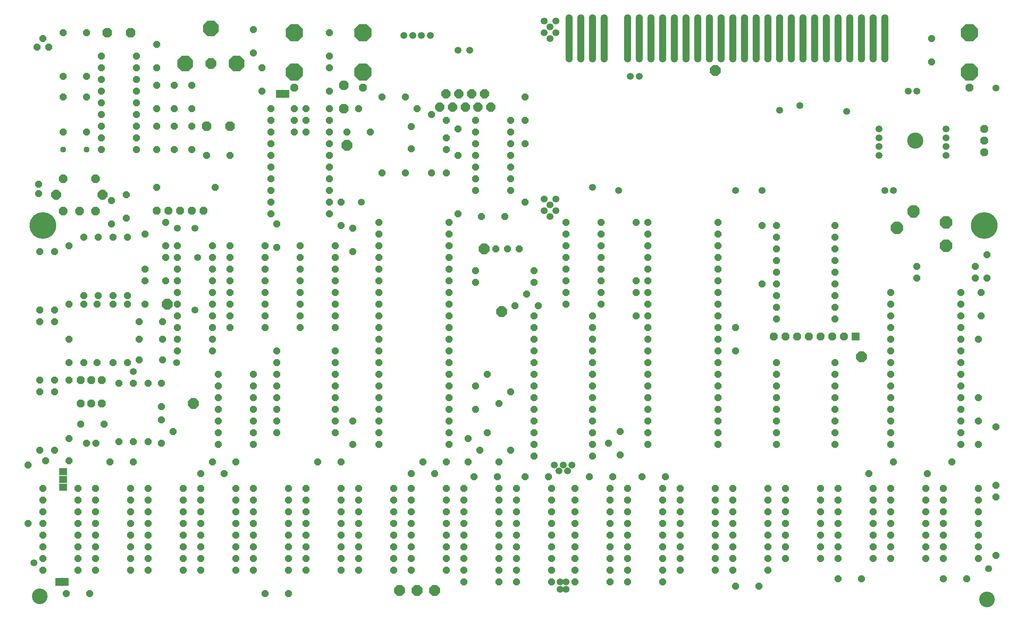
<source format=gbs>
G75*
%MOIN*%
%OFA0B0*%
%FSLAX25Y25*%
%IPPOS*%
%LPD*%
%AMOC8*
5,1,8,0,0,1.08239X$1,22.5*
%
%ADD10C,0.13398*%
%ADD11C,0.22800*%
%ADD12C,0.05918*%
%ADD13OC8,0.10800*%
%ADD14OC8,0.06000*%
%ADD15C,0.02160*%
%ADD16OC8,0.08300*%
%ADD17OC8,0.04769*%
%ADD18OC8,0.06800*%
%ADD19C,0.13800*%
%ADD20OC8,0.07296*%
%ADD21OC8,0.08477*%
%ADD22OC8,0.07850*%
%ADD23OC8,0.06737*%
%ADD24R,0.06737X0.06737*%
%ADD25OC8,0.09300*%
%ADD26C,0.05220*%
%ADD27OC8,0.14643*%
%ADD28R,0.06706X0.05918*%
%ADD29R,0.05400X0.07100*%
%ADD30R,0.00600X0.07200*%
%ADD31OC8,0.09050*%
%ADD32OC8,0.13500*%
%ADD33C,0.05950*%
D10*
X0032600Y0027600D03*
X0842600Y0025100D03*
D11*
X0840100Y0345100D03*
X0035100Y0345100D03*
D12*
X0027600Y0056350D03*
X0850100Y0462600D03*
D13*
X0807600Y0347600D03*
X0807600Y0327600D03*
D14*
X0782600Y0310100D03*
X0782600Y0300100D03*
X0760100Y0287600D03*
X0760100Y0277600D03*
X0760100Y0267600D03*
X0760100Y0257600D03*
X0760100Y0247600D03*
X0760100Y0237600D03*
X0760100Y0227600D03*
X0760100Y0217600D03*
X0760100Y0207600D03*
X0760100Y0197600D03*
X0760100Y0187600D03*
X0760100Y0177600D03*
X0760100Y0167600D03*
X0760100Y0157600D03*
X0762600Y0142600D03*
X0741350Y0132600D03*
X0745100Y0120100D03*
X0745100Y0110100D03*
X0745100Y0100100D03*
X0745100Y0090100D03*
X0745100Y0080100D03*
X0745100Y0070100D03*
X0745100Y0060100D03*
X0760100Y0060100D03*
X0760100Y0070100D03*
X0760100Y0080100D03*
X0760100Y0090100D03*
X0760100Y0100100D03*
X0760100Y0110100D03*
X0760100Y0120100D03*
X0790100Y0120100D03*
X0790100Y0110100D03*
X0790100Y0100100D03*
X0790100Y0090100D03*
X0790100Y0080100D03*
X0790100Y0070100D03*
X0790100Y0060100D03*
X0805100Y0060100D03*
X0805100Y0070100D03*
X0805100Y0080100D03*
X0805100Y0090100D03*
X0805100Y0100100D03*
X0805100Y0110100D03*
X0805100Y0120100D03*
X0791350Y0132600D03*
X0812600Y0142600D03*
X0820100Y0157600D03*
X0820100Y0167600D03*
X0820100Y0177600D03*
X0820100Y0187600D03*
X0820100Y0197600D03*
X0820100Y0207600D03*
X0820100Y0217600D03*
X0820100Y0227600D03*
X0820100Y0237600D03*
X0820100Y0247600D03*
X0820100Y0257600D03*
X0820100Y0267600D03*
X0820100Y0277600D03*
X0820100Y0287600D03*
X0837600Y0287600D03*
X0832600Y0300100D03*
X0842600Y0300100D03*
X0832600Y0310100D03*
X0842600Y0320100D03*
X0837600Y0267600D03*
X0835100Y0247600D03*
X0835100Y0197600D03*
X0835100Y0177600D03*
X0850100Y0172600D03*
X0835100Y0157600D03*
X0835100Y0120100D03*
X0835100Y0110100D03*
X0835100Y0100100D03*
X0835100Y0090100D03*
X0835100Y0080100D03*
X0835100Y0070100D03*
X0835100Y0060100D03*
X0850100Y0062600D03*
X0825100Y0042600D03*
X0805100Y0042600D03*
X0735100Y0042600D03*
X0715100Y0042600D03*
X0715100Y0060100D03*
X0715100Y0070100D03*
X0700100Y0070100D03*
X0700100Y0060100D03*
X0700100Y0080100D03*
X0715100Y0080100D03*
X0715100Y0090100D03*
X0700100Y0090100D03*
X0700100Y0100100D03*
X0715100Y0100100D03*
X0715100Y0110100D03*
X0700100Y0110100D03*
X0700100Y0120100D03*
X0715100Y0120100D03*
X0670100Y0120100D03*
X0655100Y0120100D03*
X0655100Y0110100D03*
X0670100Y0110100D03*
X0670100Y0100100D03*
X0655100Y0100100D03*
X0655100Y0090100D03*
X0670100Y0090100D03*
X0670100Y0080100D03*
X0655100Y0080100D03*
X0655100Y0070100D03*
X0655100Y0060100D03*
X0670100Y0060100D03*
X0670100Y0070100D03*
X0655100Y0050100D03*
X0647600Y0036350D03*
X0627600Y0036350D03*
X0625100Y0050100D03*
X0625100Y0060100D03*
X0625100Y0070100D03*
X0625100Y0080100D03*
X0625100Y0090100D03*
X0625100Y0100100D03*
X0625100Y0110100D03*
X0625100Y0120100D03*
X0610100Y0120100D03*
X0610100Y0110100D03*
X0610100Y0100100D03*
X0610100Y0090100D03*
X0610100Y0080100D03*
X0610100Y0070100D03*
X0610100Y0060100D03*
X0610100Y0050100D03*
X0580100Y0050100D03*
X0580100Y0060100D03*
X0580100Y0070100D03*
X0580100Y0080100D03*
X0580100Y0090100D03*
X0580100Y0100100D03*
X0580100Y0110100D03*
X0580100Y0120100D03*
X0567600Y0130100D03*
X0565100Y0120100D03*
X0565100Y0110100D03*
X0565100Y0100100D03*
X0565100Y0090100D03*
X0565100Y0080100D03*
X0565100Y0070100D03*
X0565100Y0060100D03*
X0565100Y0050100D03*
X0565100Y0040100D03*
X0535100Y0040100D03*
X0535100Y0050100D03*
X0535100Y0060100D03*
X0535100Y0070100D03*
X0535100Y0080100D03*
X0535100Y0090100D03*
X0535100Y0100100D03*
X0535100Y0110100D03*
X0535100Y0120100D03*
X0547600Y0130100D03*
X0522600Y0130100D03*
X0520100Y0120100D03*
X0520100Y0110100D03*
X0520100Y0100100D03*
X0520100Y0090100D03*
X0520100Y0080100D03*
X0520100Y0070100D03*
X0520100Y0060100D03*
X0520100Y0050100D03*
X0520100Y0040100D03*
X0490100Y0040100D03*
X0490100Y0050100D03*
X0490100Y0060100D03*
X0490100Y0070100D03*
X0490100Y0080100D03*
X0490100Y0090100D03*
X0490100Y0100100D03*
X0490100Y0110100D03*
X0490100Y0120100D03*
X0502600Y0130100D03*
X0505100Y0147600D03*
X0505100Y0157600D03*
X0505100Y0167600D03*
X0505100Y0177600D03*
X0505100Y0187600D03*
X0505100Y0197600D03*
X0505100Y0207600D03*
X0505100Y0217600D03*
X0505100Y0227600D03*
X0505100Y0237600D03*
X0505100Y0247600D03*
X0505100Y0257600D03*
X0505100Y0267600D03*
X0512600Y0277600D03*
X0512600Y0287600D03*
X0512600Y0297600D03*
X0512600Y0307600D03*
X0512600Y0317600D03*
X0512600Y0327600D03*
X0512600Y0337600D03*
X0512600Y0347600D03*
X0482600Y0347600D03*
X0482600Y0337600D03*
X0482600Y0327600D03*
X0482600Y0317600D03*
X0482600Y0307600D03*
X0482600Y0297600D03*
X0482600Y0287600D03*
X0482600Y0277600D03*
X0458850Y0276350D03*
X0455100Y0267600D03*
X0455100Y0257600D03*
X0455100Y0247600D03*
X0455100Y0237600D03*
X0455100Y0227600D03*
X0455100Y0217600D03*
X0455100Y0207600D03*
X0455100Y0197600D03*
X0455100Y0187600D03*
X0455100Y0177600D03*
X0455100Y0167600D03*
X0455100Y0157600D03*
X0455100Y0147600D03*
X0435100Y0152600D03*
X0425100Y0142600D03*
X0408850Y0152600D03*
X0398850Y0162600D03*
X0382600Y0157600D03*
X0382600Y0167600D03*
X0382600Y0177600D03*
X0382600Y0187600D03*
X0382600Y0197600D03*
X0382600Y0207600D03*
X0382600Y0217600D03*
X0382600Y0227600D03*
X0382600Y0237600D03*
X0382600Y0247600D03*
X0382600Y0257600D03*
X0382600Y0267600D03*
X0382600Y0277600D03*
X0382600Y0287600D03*
X0382600Y0297600D03*
X0382600Y0307600D03*
X0382600Y0317600D03*
X0382600Y0327600D03*
X0382600Y0337600D03*
X0382600Y0347600D03*
X0390100Y0355100D03*
X0410100Y0352600D03*
X0430100Y0352600D03*
X0447600Y0365100D03*
X0435100Y0375100D03*
X0435100Y0385100D03*
X0435100Y0395100D03*
X0435100Y0405100D03*
X0435100Y0415100D03*
X0435100Y0425100D03*
X0435100Y0435100D03*
X0447600Y0435100D03*
X0447600Y0455100D03*
X0405100Y0435100D03*
X0405100Y0425100D03*
X0405100Y0415100D03*
X0405100Y0405100D03*
X0405100Y0395100D03*
X0405100Y0385100D03*
X0405100Y0375100D03*
X0380100Y0390100D03*
X0367600Y0390100D03*
X0345100Y0390100D03*
X0325100Y0390100D03*
X0350100Y0410600D03*
X0380100Y0410100D03*
X0390100Y0405100D03*
X0380100Y0420100D03*
X0390100Y0427600D03*
X0380100Y0435100D03*
X0367600Y0440100D03*
X0355100Y0445100D03*
X0345100Y0455100D03*
X0325100Y0455100D03*
X0305100Y0445100D03*
X0280100Y0445100D03*
X0280100Y0435100D03*
X0280100Y0425100D03*
X0295100Y0425100D03*
X0280100Y0415100D03*
X0280100Y0405100D03*
X0280100Y0395100D03*
X0280100Y0385100D03*
X0280100Y0375100D03*
X0280100Y0365100D03*
X0290100Y0365100D03*
X0280100Y0355100D03*
X0290100Y0345100D03*
X0300100Y0342600D03*
X0322600Y0337600D03*
X0322600Y0327600D03*
X0322600Y0317600D03*
X0322600Y0307600D03*
X0322600Y0297600D03*
X0322600Y0287600D03*
X0322600Y0277600D03*
X0322600Y0267600D03*
X0322600Y0257600D03*
X0322600Y0247600D03*
X0322600Y0237600D03*
X0322600Y0227600D03*
X0322600Y0217600D03*
X0322600Y0207600D03*
X0322600Y0197600D03*
X0322600Y0187600D03*
X0322600Y0177600D03*
X0322600Y0167600D03*
X0322600Y0157600D03*
X0300100Y0157600D03*
X0285100Y0167600D03*
X0285100Y0177600D03*
X0285100Y0187600D03*
X0285100Y0197600D03*
X0285100Y0207600D03*
X0285100Y0217600D03*
X0285100Y0227600D03*
X0285100Y0237600D03*
X0285100Y0257600D03*
X0285100Y0267600D03*
X0285100Y0277600D03*
X0285100Y0287600D03*
X0285100Y0297600D03*
X0285100Y0307600D03*
X0285100Y0317600D03*
X0285100Y0327600D03*
X0300100Y0322600D03*
X0322600Y0347600D03*
X0255100Y0327600D03*
X0255100Y0317600D03*
X0255100Y0307600D03*
X0255100Y0297600D03*
X0255100Y0287600D03*
X0255100Y0277600D03*
X0255100Y0267600D03*
X0255100Y0257600D03*
X0235100Y0237600D03*
X0235100Y0227600D03*
X0235100Y0217600D03*
X0235100Y0207600D03*
X0235100Y0197600D03*
X0235100Y0187600D03*
X0235100Y0177600D03*
X0235100Y0167600D03*
X0215100Y0167600D03*
X0215100Y0157600D03*
X0215100Y0177600D03*
X0215100Y0187600D03*
X0215100Y0197600D03*
X0215100Y0207600D03*
X0215100Y0217600D03*
X0185100Y0217600D03*
X0185100Y0207600D03*
X0185100Y0197600D03*
X0185100Y0187600D03*
X0185100Y0177600D03*
X0185100Y0167600D03*
X0185100Y0157600D03*
X0180100Y0142600D03*
X0170100Y0132600D03*
X0170100Y0120100D03*
X0170100Y0110100D03*
X0170100Y0100100D03*
X0170100Y0090100D03*
X0170100Y0080100D03*
X0170100Y0070100D03*
X0170100Y0060100D03*
X0170100Y0050100D03*
X0155100Y0050100D03*
X0155100Y0060100D03*
X0155100Y0070100D03*
X0155100Y0080100D03*
X0155100Y0090100D03*
X0155100Y0100100D03*
X0155100Y0110100D03*
X0155100Y0120100D03*
X0125100Y0120100D03*
X0125100Y0110100D03*
X0125100Y0100100D03*
X0125100Y0090100D03*
X0125100Y0080100D03*
X0125100Y0070100D03*
X0125100Y0060100D03*
X0125100Y0050100D03*
X0110100Y0050100D03*
X0110100Y0060100D03*
X0110100Y0070100D03*
X0110100Y0080100D03*
X0110100Y0090100D03*
X0110100Y0100100D03*
X0110100Y0110100D03*
X0110100Y0120100D03*
X0080100Y0120100D03*
X0080100Y0110100D03*
X0080100Y0100100D03*
X0080100Y0090100D03*
X0080100Y0080100D03*
X0080100Y0070100D03*
X0080100Y0060100D03*
X0080100Y0050100D03*
X0065100Y0050100D03*
X0065100Y0060100D03*
X0065100Y0070100D03*
X0065100Y0080100D03*
X0065100Y0090100D03*
X0065100Y0100100D03*
X0065100Y0110100D03*
X0065100Y0120100D03*
X0035100Y0120100D03*
X0035100Y0110100D03*
X0035100Y0100100D03*
X0035100Y0090100D03*
X0035100Y0080100D03*
X0035100Y0070100D03*
X0035100Y0060100D03*
X0035100Y0050100D03*
X0055100Y0030100D03*
X0075100Y0030100D03*
X0022600Y0090100D03*
X0022600Y0140100D03*
X0037600Y0143850D03*
X0032600Y0152600D03*
X0045100Y0152600D03*
X0057600Y0162600D03*
X0072350Y0158850D03*
X0080350Y0158850D03*
X0100100Y0160100D03*
X0112600Y0160100D03*
X0125100Y0160100D03*
X0136350Y0158850D03*
X0146350Y0168850D03*
X0136350Y0178850D03*
X0136350Y0190100D03*
X0136350Y0210100D03*
X0125100Y0210100D03*
X0112600Y0210100D03*
X0100100Y0210100D03*
X0095100Y0227600D03*
X0081350Y0227600D03*
X0070100Y0227600D03*
X0057600Y0227600D03*
X0057600Y0212600D03*
X0045100Y0212600D03*
X0045100Y0202600D03*
X0032600Y0202600D03*
X0032600Y0212600D03*
X0057600Y0247600D03*
X0045100Y0262600D03*
X0045100Y0272600D03*
X0057600Y0277600D03*
X0070100Y0277600D03*
X0070100Y0285100D03*
X0082600Y0285100D03*
X0081350Y0277600D03*
X0095100Y0277600D03*
X0095100Y0285100D03*
X0107600Y0285100D03*
X0107600Y0277600D03*
X0122600Y0277600D03*
X0117600Y0262600D03*
X0137600Y0262600D03*
X0150100Y0257600D03*
X0150100Y0247600D03*
X0150100Y0237600D03*
X0137600Y0230100D03*
X0117600Y0230100D03*
X0107600Y0227600D03*
X0117600Y0247600D03*
X0137600Y0247600D03*
X0150100Y0267600D03*
X0150100Y0277600D03*
X0150100Y0287600D03*
X0150100Y0297600D03*
X0140100Y0297600D03*
X0150100Y0307600D03*
X0150100Y0317600D03*
X0140100Y0317600D03*
X0140100Y0327600D03*
X0150100Y0327600D03*
X0122600Y0337600D03*
X0107600Y0335100D03*
X0095100Y0335100D03*
X0082600Y0335100D03*
X0070100Y0335100D03*
X0057600Y0327600D03*
X0045100Y0322600D03*
X0032600Y0322600D03*
X0093850Y0346350D03*
X0106350Y0351350D03*
X0093850Y0366350D03*
X0106350Y0371350D03*
X0132600Y0377600D03*
X0140100Y0347600D03*
X0180100Y0327600D03*
X0180100Y0317600D03*
X0180100Y0307600D03*
X0180100Y0297600D03*
X0180100Y0287600D03*
X0180100Y0277600D03*
X0180100Y0267600D03*
X0180100Y0257600D03*
X0180100Y0247600D03*
X0180100Y0237600D03*
X0195100Y0257600D03*
X0195100Y0267600D03*
X0195100Y0277600D03*
X0195100Y0287600D03*
X0195100Y0297600D03*
X0195100Y0307600D03*
X0195100Y0317600D03*
X0195100Y0327600D03*
X0225100Y0327600D03*
X0235100Y0326350D03*
X0225100Y0317600D03*
X0225100Y0307600D03*
X0225100Y0297600D03*
X0225100Y0287600D03*
X0225100Y0277600D03*
X0225100Y0267600D03*
X0225100Y0257600D03*
X0122600Y0297600D03*
X0122600Y0307600D03*
X0032600Y0272600D03*
X0032600Y0262600D03*
X0067600Y0175100D03*
X0087600Y0175100D03*
X0092600Y0142600D03*
X0112600Y0142600D03*
X0057600Y0143850D03*
X0190100Y0132600D03*
X0200100Y0142600D03*
X0200100Y0120100D03*
X0200100Y0110100D03*
X0200100Y0100100D03*
X0200100Y0090100D03*
X0200100Y0080100D03*
X0200100Y0070100D03*
X0200100Y0060100D03*
X0200100Y0050100D03*
X0215100Y0050100D03*
X0215100Y0060100D03*
X0215100Y0070100D03*
X0215100Y0080100D03*
X0215100Y0090100D03*
X0215100Y0100100D03*
X0215100Y0110100D03*
X0215100Y0120100D03*
X0245100Y0120100D03*
X0260100Y0120100D03*
X0260100Y0110100D03*
X0245100Y0110100D03*
X0245100Y0100100D03*
X0260100Y0100100D03*
X0260100Y0090100D03*
X0245100Y0090100D03*
X0245100Y0080100D03*
X0260100Y0080100D03*
X0260100Y0070100D03*
X0260100Y0060100D03*
X0245100Y0060100D03*
X0245100Y0070100D03*
X0245100Y0050100D03*
X0260100Y0050100D03*
X0245100Y0030100D03*
X0225100Y0030100D03*
X0290100Y0050100D03*
X0305100Y0050100D03*
X0305100Y0060100D03*
X0305100Y0070100D03*
X0290100Y0070100D03*
X0290100Y0060100D03*
X0290100Y0080100D03*
X0305100Y0080100D03*
X0305100Y0090100D03*
X0290100Y0090100D03*
X0290100Y0100100D03*
X0305100Y0100100D03*
X0305100Y0110100D03*
X0290100Y0110100D03*
X0290100Y0120100D03*
X0305100Y0120100D03*
X0290100Y0142600D03*
X0270100Y0142600D03*
X0300100Y0177600D03*
X0360100Y0142600D03*
X0350100Y0132600D03*
X0350100Y0120100D03*
X0350100Y0110100D03*
X0350100Y0100100D03*
X0350100Y0090100D03*
X0350100Y0080100D03*
X0350100Y0070100D03*
X0350100Y0060100D03*
X0350100Y0050100D03*
X0335100Y0050100D03*
X0335100Y0060100D03*
X0335100Y0070100D03*
X0335100Y0080100D03*
X0335100Y0090100D03*
X0335100Y0100100D03*
X0335100Y0110100D03*
X0335100Y0120100D03*
X0370100Y0132600D03*
X0380100Y0142600D03*
X0398850Y0142600D03*
X0403850Y0130100D03*
X0395100Y0120100D03*
X0395100Y0110100D03*
X0395100Y0100100D03*
X0395100Y0090100D03*
X0395100Y0080100D03*
X0395100Y0070100D03*
X0395100Y0060100D03*
X0395100Y0050100D03*
X0395100Y0040100D03*
X0380100Y0050100D03*
X0380100Y0060100D03*
X0380100Y0070100D03*
X0380100Y0080100D03*
X0380100Y0090100D03*
X0380100Y0100100D03*
X0380100Y0110100D03*
X0380100Y0120100D03*
X0423850Y0130100D03*
X0425100Y0120100D03*
X0425100Y0110100D03*
X0425100Y0100100D03*
X0425100Y0090100D03*
X0425100Y0080100D03*
X0425100Y0070100D03*
X0425100Y0060100D03*
X0425100Y0050100D03*
X0425100Y0040100D03*
X0440100Y0040100D03*
X0440100Y0050100D03*
X0440100Y0060100D03*
X0440100Y0070100D03*
X0440100Y0080100D03*
X0440100Y0090100D03*
X0440100Y0100100D03*
X0440100Y0110100D03*
X0440100Y0120100D03*
X0447600Y0130100D03*
X0467600Y0130100D03*
X0470100Y0120100D03*
X0470100Y0110100D03*
X0470100Y0100100D03*
X0470100Y0090100D03*
X0470100Y0080100D03*
X0470100Y0070100D03*
X0470100Y0060100D03*
X0470100Y0050100D03*
X0470100Y0040100D03*
X0528850Y0148850D03*
X0518850Y0158850D03*
X0528850Y0168850D03*
X0552600Y0167600D03*
X0552600Y0157600D03*
X0552600Y0177600D03*
X0552600Y0187600D03*
X0552600Y0197600D03*
X0552600Y0207600D03*
X0552600Y0217600D03*
X0552600Y0227600D03*
X0552600Y0237600D03*
X0552600Y0247600D03*
X0552600Y0257600D03*
X0552600Y0267600D03*
X0542600Y0267600D03*
X0552600Y0277600D03*
X0552600Y0287600D03*
X0552600Y0297600D03*
X0542600Y0297600D03*
X0542600Y0287600D03*
X0552600Y0307600D03*
X0552600Y0317600D03*
X0552600Y0327600D03*
X0552600Y0337600D03*
X0552600Y0347600D03*
X0542600Y0347600D03*
X0612600Y0347600D03*
X0612600Y0337600D03*
X0612600Y0327600D03*
X0612600Y0317600D03*
X0612600Y0307600D03*
X0612600Y0297600D03*
X0612600Y0287600D03*
X0612600Y0277600D03*
X0612600Y0267600D03*
X0612600Y0257600D03*
X0627600Y0257600D03*
X0612600Y0247600D03*
X0612600Y0237600D03*
X0627600Y0237600D03*
X0612600Y0227600D03*
X0612600Y0217600D03*
X0612600Y0207600D03*
X0612600Y0197600D03*
X0612600Y0187600D03*
X0612600Y0177600D03*
X0612600Y0167600D03*
X0612600Y0157600D03*
X0662600Y0157600D03*
X0662600Y0167600D03*
X0662600Y0177600D03*
X0662600Y0187600D03*
X0662600Y0197600D03*
X0662600Y0207600D03*
X0662600Y0217600D03*
X0662600Y0227600D03*
X0712600Y0227600D03*
X0712600Y0217600D03*
X0712600Y0207600D03*
X0712600Y0197600D03*
X0712600Y0187600D03*
X0712600Y0177600D03*
X0712600Y0167600D03*
X0712600Y0157600D03*
X0850100Y0122600D03*
X0850100Y0112600D03*
X0712600Y0265100D03*
X0712600Y0275100D03*
X0712600Y0285100D03*
X0712600Y0295100D03*
X0712600Y0305100D03*
X0712600Y0315100D03*
X0712600Y0325100D03*
X0712600Y0335100D03*
X0712600Y0345100D03*
X0662600Y0345100D03*
X0650100Y0345100D03*
X0662600Y0335100D03*
X0662600Y0325100D03*
X0662600Y0315100D03*
X0662600Y0305100D03*
X0662600Y0295100D03*
X0650100Y0295100D03*
X0662600Y0285100D03*
X0662600Y0275100D03*
X0662600Y0265100D03*
X0455100Y0296350D03*
X0455100Y0306350D03*
X0442600Y0325100D03*
X0432600Y0325100D03*
X0422600Y0325100D03*
X0405100Y0306350D03*
X0405100Y0296350D03*
X0438850Y0276350D03*
X0448850Y0286350D03*
X0415100Y0217600D03*
X0405100Y0207600D03*
X0425100Y0192600D03*
X0435100Y0202600D03*
X0405100Y0187600D03*
X0415100Y0167600D03*
X0235100Y0346350D03*
X0230100Y0355100D03*
X0230100Y0365100D03*
X0230100Y0375100D03*
X0230100Y0385100D03*
X0230100Y0395100D03*
X0230100Y0405100D03*
X0230100Y0415100D03*
X0230100Y0425100D03*
X0230100Y0435100D03*
X0230100Y0445100D03*
X0222600Y0460100D03*
X0250100Y0445100D03*
X0260100Y0445100D03*
X0260100Y0435100D03*
X0250100Y0435100D03*
X0250100Y0425100D03*
X0260100Y0425100D03*
X0280100Y0460100D03*
X0280100Y0480100D03*
X0280100Y0490100D03*
X0280100Y0510100D03*
X0222600Y0480100D03*
X0215100Y0492600D03*
X0215100Y0512600D03*
X0162600Y0465100D03*
X0147600Y0465100D03*
X0132600Y0465100D03*
X0115100Y0460100D03*
X0115100Y0450100D03*
X0115100Y0440100D03*
X0115100Y0430100D03*
X0115100Y0420100D03*
X0115100Y0410100D03*
X0132600Y0410100D03*
X0147600Y0410100D03*
X0162600Y0410100D03*
X0175100Y0405100D03*
X0195100Y0405100D03*
X0182600Y0377600D03*
X0162600Y0430100D03*
X0147600Y0430100D03*
X0132600Y0430100D03*
X0132600Y0445100D03*
X0147600Y0445100D03*
X0162600Y0445100D03*
X0115100Y0470100D03*
X0115100Y0480100D03*
X0115100Y0490100D03*
X0132600Y0480100D03*
X0132600Y0500100D03*
X0085100Y0490100D03*
X0085100Y0480100D03*
X0072600Y0472600D03*
X0085100Y0470100D03*
X0085100Y0460100D03*
X0085100Y0450100D03*
X0072600Y0455100D03*
X0085100Y0440100D03*
X0085100Y0430100D03*
X0072600Y0425100D03*
X0085100Y0420100D03*
X0085100Y0410100D03*
X0052600Y0425100D03*
X0052600Y0455100D03*
X0052600Y0472600D03*
X0040100Y0497600D03*
X0030100Y0497600D03*
X0035100Y0505100D03*
X0052600Y0510100D03*
X0072600Y0510100D03*
X0031350Y0380350D03*
X0031350Y0372350D03*
X0315100Y0425100D03*
X0350100Y0429600D03*
X0447600Y0415100D03*
X0795100Y0485100D03*
X0795100Y0505100D03*
D15*
X0776432Y0356462D02*
X0775352Y0355382D01*
X0775352Y0358960D01*
X0777882Y0361490D01*
X0781460Y0361490D01*
X0783990Y0358960D01*
X0783990Y0355382D01*
X0781460Y0352852D01*
X0777882Y0352852D01*
X0775352Y0355382D01*
X0776972Y0356053D01*
X0776972Y0358289D01*
X0778553Y0359870D01*
X0780789Y0359870D01*
X0782370Y0358289D01*
X0782370Y0356053D01*
X0780789Y0354472D01*
X0778553Y0354472D01*
X0776972Y0356053D01*
X0778592Y0356724D01*
X0778592Y0357618D01*
X0779224Y0358250D01*
X0780118Y0358250D01*
X0780750Y0357618D01*
X0780750Y0356724D01*
X0780118Y0356092D01*
X0779224Y0356092D01*
X0778592Y0356724D01*
X0762290Y0342320D02*
X0761210Y0341240D01*
X0761210Y0344818D01*
X0763740Y0347348D01*
X0767318Y0347348D01*
X0769848Y0344818D01*
X0769848Y0341240D01*
X0767318Y0338710D01*
X0763740Y0338710D01*
X0761210Y0341240D01*
X0762830Y0341911D01*
X0762830Y0344147D01*
X0764411Y0345728D01*
X0766647Y0345728D01*
X0768228Y0344147D01*
X0768228Y0341911D01*
X0766647Y0340330D01*
X0764411Y0340330D01*
X0762830Y0341911D01*
X0764450Y0342582D01*
X0764450Y0343476D01*
X0765082Y0344108D01*
X0765976Y0344108D01*
X0766608Y0343476D01*
X0766608Y0342582D01*
X0765976Y0341950D01*
X0765082Y0341950D01*
X0764450Y0342582D01*
D16*
X0292600Y0445100D03*
X0292600Y0465100D03*
X0195100Y0430100D03*
X0175100Y0430100D03*
X0110100Y0510100D03*
X0090100Y0510100D03*
D17*
X0072600Y0410100D03*
X0052600Y0410100D03*
D18*
X0067350Y0212600D03*
X0076350Y0212600D03*
X0085350Y0212600D03*
X0085350Y0192600D03*
X0076350Y0192600D03*
X0067350Y0192600D03*
X0840100Y0407600D03*
X0840100Y0417600D03*
X0840100Y0427600D03*
D19*
X0781100Y0417600D03*
D20*
X0080208Y0385208D03*
X0052492Y0385208D03*
X0052492Y0357492D03*
X0066350Y0357492D03*
X0080208Y0357492D03*
D21*
X0086114Y0371350D03*
X0046586Y0371350D03*
D22*
X0374550Y0446359D03*
X0385450Y0446359D03*
X0396350Y0446359D03*
X0407250Y0446359D03*
X0418150Y0446359D03*
X0412700Y0457555D03*
X0401800Y0457555D03*
X0390900Y0457555D03*
X0380000Y0457555D03*
D23*
X0308850Y0462915D03*
X0250100Y0462915D03*
X0172600Y0357600D03*
X0162600Y0357600D03*
X0152600Y0357600D03*
X0142600Y0357600D03*
X0132600Y0357600D03*
X0660100Y0250100D03*
X0670100Y0250100D03*
X0680100Y0250100D03*
X0690100Y0250100D03*
X0700100Y0250100D03*
X0710100Y0250100D03*
X0720100Y0250100D03*
X0827600Y0462915D03*
D24*
X0730100Y0250100D03*
D25*
X0735100Y0232600D03*
X0427600Y0271350D03*
X0412600Y0325100D03*
X0295100Y0413850D03*
X0141350Y0277600D03*
X0163850Y0192600D03*
X0340100Y0032600D03*
X0355100Y0032600D03*
X0370100Y0032600D03*
X0610100Y0477600D03*
D26*
X0605390Y0487310D02*
X0605390Y0522890D01*
X0605390Y0487310D02*
X0604810Y0487310D01*
X0604810Y0522890D01*
X0605390Y0522890D01*
X0605390Y0492529D02*
X0604810Y0492529D01*
X0604810Y0497748D02*
X0605390Y0497748D01*
X0605390Y0502967D02*
X0604810Y0502967D01*
X0604810Y0508186D02*
X0605390Y0508186D01*
X0605390Y0513405D02*
X0604810Y0513405D01*
X0604810Y0518624D02*
X0605390Y0518624D01*
X0615390Y0522890D02*
X0615390Y0487310D01*
X0614810Y0487310D01*
X0614810Y0522890D01*
X0615390Y0522890D01*
X0615390Y0492529D02*
X0614810Y0492529D01*
X0614810Y0497748D02*
X0615390Y0497748D01*
X0615390Y0502967D02*
X0614810Y0502967D01*
X0614810Y0508186D02*
X0615390Y0508186D01*
X0615390Y0513405D02*
X0614810Y0513405D01*
X0614810Y0518624D02*
X0615390Y0518624D01*
X0625390Y0522890D02*
X0625390Y0487310D01*
X0624810Y0487310D01*
X0624810Y0522890D01*
X0625390Y0522890D01*
X0625390Y0492529D02*
X0624810Y0492529D01*
X0624810Y0497748D02*
X0625390Y0497748D01*
X0625390Y0502967D02*
X0624810Y0502967D01*
X0624810Y0508186D02*
X0625390Y0508186D01*
X0625390Y0513405D02*
X0624810Y0513405D01*
X0624810Y0518624D02*
X0625390Y0518624D01*
X0635390Y0522890D02*
X0635390Y0487310D01*
X0634810Y0487310D01*
X0634810Y0522890D01*
X0635390Y0522890D01*
X0635390Y0492529D02*
X0634810Y0492529D01*
X0634810Y0497748D02*
X0635390Y0497748D01*
X0635390Y0502967D02*
X0634810Y0502967D01*
X0634810Y0508186D02*
X0635390Y0508186D01*
X0635390Y0513405D02*
X0634810Y0513405D01*
X0634810Y0518624D02*
X0635390Y0518624D01*
X0645390Y0522890D02*
X0645390Y0487310D01*
X0644810Y0487310D01*
X0644810Y0522890D01*
X0645390Y0522890D01*
X0645390Y0492529D02*
X0644810Y0492529D01*
X0644810Y0497748D02*
X0645390Y0497748D01*
X0645390Y0502967D02*
X0644810Y0502967D01*
X0644810Y0508186D02*
X0645390Y0508186D01*
X0645390Y0513405D02*
X0644810Y0513405D01*
X0644810Y0518624D02*
X0645390Y0518624D01*
X0655390Y0522890D02*
X0655390Y0487310D01*
X0654810Y0487310D01*
X0654810Y0522890D01*
X0655390Y0522890D01*
X0655390Y0492529D02*
X0654810Y0492529D01*
X0654810Y0497748D02*
X0655390Y0497748D01*
X0655390Y0502967D02*
X0654810Y0502967D01*
X0654810Y0508186D02*
X0655390Y0508186D01*
X0655390Y0513405D02*
X0654810Y0513405D01*
X0654810Y0518624D02*
X0655390Y0518624D01*
X0665390Y0522890D02*
X0665390Y0487310D01*
X0664810Y0487310D01*
X0664810Y0522890D01*
X0665390Y0522890D01*
X0665390Y0492529D02*
X0664810Y0492529D01*
X0664810Y0497748D02*
X0665390Y0497748D01*
X0665390Y0502967D02*
X0664810Y0502967D01*
X0664810Y0508186D02*
X0665390Y0508186D01*
X0665390Y0513405D02*
X0664810Y0513405D01*
X0664810Y0518624D02*
X0665390Y0518624D01*
X0675390Y0522890D02*
X0675390Y0487310D01*
X0674810Y0487310D01*
X0674810Y0522890D01*
X0675390Y0522890D01*
X0675390Y0492529D02*
X0674810Y0492529D01*
X0674810Y0497748D02*
X0675390Y0497748D01*
X0675390Y0502967D02*
X0674810Y0502967D01*
X0674810Y0508186D02*
X0675390Y0508186D01*
X0675390Y0513405D02*
X0674810Y0513405D01*
X0674810Y0518624D02*
X0675390Y0518624D01*
X0685390Y0522890D02*
X0685390Y0487310D01*
X0684810Y0487310D01*
X0684810Y0522890D01*
X0685390Y0522890D01*
X0685390Y0492529D02*
X0684810Y0492529D01*
X0684810Y0497748D02*
X0685390Y0497748D01*
X0685390Y0502967D02*
X0684810Y0502967D01*
X0684810Y0508186D02*
X0685390Y0508186D01*
X0685390Y0513405D02*
X0684810Y0513405D01*
X0684810Y0518624D02*
X0685390Y0518624D01*
X0695390Y0522890D02*
X0695390Y0487310D01*
X0694810Y0487310D01*
X0694810Y0522890D01*
X0695390Y0522890D01*
X0695390Y0492529D02*
X0694810Y0492529D01*
X0694810Y0497748D02*
X0695390Y0497748D01*
X0695390Y0502967D02*
X0694810Y0502967D01*
X0694810Y0508186D02*
X0695390Y0508186D01*
X0695390Y0513405D02*
X0694810Y0513405D01*
X0694810Y0518624D02*
X0695390Y0518624D01*
X0705390Y0522890D02*
X0705390Y0487310D01*
X0704810Y0487310D01*
X0704810Y0522890D01*
X0705390Y0522890D01*
X0705390Y0492529D02*
X0704810Y0492529D01*
X0704810Y0497748D02*
X0705390Y0497748D01*
X0705390Y0502967D02*
X0704810Y0502967D01*
X0704810Y0508186D02*
X0705390Y0508186D01*
X0705390Y0513405D02*
X0704810Y0513405D01*
X0704810Y0518624D02*
X0705390Y0518624D01*
X0715390Y0522890D02*
X0715390Y0487310D01*
X0714810Y0487310D01*
X0714810Y0522890D01*
X0715390Y0522890D01*
X0715390Y0492529D02*
X0714810Y0492529D01*
X0714810Y0497748D02*
X0715390Y0497748D01*
X0715390Y0502967D02*
X0714810Y0502967D01*
X0714810Y0508186D02*
X0715390Y0508186D01*
X0715390Y0513405D02*
X0714810Y0513405D01*
X0714810Y0518624D02*
X0715390Y0518624D01*
X0725390Y0522890D02*
X0725390Y0487310D01*
X0724810Y0487310D01*
X0724810Y0522890D01*
X0725390Y0522890D01*
X0725390Y0492529D02*
X0724810Y0492529D01*
X0724810Y0497748D02*
X0725390Y0497748D01*
X0725390Y0502967D02*
X0724810Y0502967D01*
X0724810Y0508186D02*
X0725390Y0508186D01*
X0725390Y0513405D02*
X0724810Y0513405D01*
X0724810Y0518624D02*
X0725390Y0518624D01*
X0735390Y0522890D02*
X0735390Y0487310D01*
X0734810Y0487310D01*
X0734810Y0522890D01*
X0735390Y0522890D01*
X0735390Y0492529D02*
X0734810Y0492529D01*
X0734810Y0497748D02*
X0735390Y0497748D01*
X0735390Y0502967D02*
X0734810Y0502967D01*
X0734810Y0508186D02*
X0735390Y0508186D01*
X0735390Y0513405D02*
X0734810Y0513405D01*
X0734810Y0518624D02*
X0735390Y0518624D01*
X0745390Y0522890D02*
X0745390Y0487310D01*
X0744810Y0487310D01*
X0744810Y0522890D01*
X0745390Y0522890D01*
X0745390Y0492529D02*
X0744810Y0492529D01*
X0744810Y0497748D02*
X0745390Y0497748D01*
X0745390Y0502967D02*
X0744810Y0502967D01*
X0744810Y0508186D02*
X0745390Y0508186D01*
X0745390Y0513405D02*
X0744810Y0513405D01*
X0744810Y0518624D02*
X0745390Y0518624D01*
X0755390Y0522890D02*
X0755390Y0487310D01*
X0754810Y0487310D01*
X0754810Y0522890D01*
X0755390Y0522890D01*
X0755390Y0492529D02*
X0754810Y0492529D01*
X0754810Y0497748D02*
X0755390Y0497748D01*
X0755390Y0502967D02*
X0754810Y0502967D01*
X0754810Y0508186D02*
X0755390Y0508186D01*
X0755390Y0513405D02*
X0754810Y0513405D01*
X0754810Y0518624D02*
X0755390Y0518624D01*
X0595390Y0522890D02*
X0595390Y0487310D01*
X0594810Y0487310D01*
X0594810Y0522890D01*
X0595390Y0522890D01*
X0595390Y0492529D02*
X0594810Y0492529D01*
X0594810Y0497748D02*
X0595390Y0497748D01*
X0595390Y0502967D02*
X0594810Y0502967D01*
X0594810Y0508186D02*
X0595390Y0508186D01*
X0595390Y0513405D02*
X0594810Y0513405D01*
X0594810Y0518624D02*
X0595390Y0518624D01*
X0585390Y0522890D02*
X0585390Y0487310D01*
X0584810Y0487310D01*
X0584810Y0522890D01*
X0585390Y0522890D01*
X0585390Y0492529D02*
X0584810Y0492529D01*
X0584810Y0497748D02*
X0585390Y0497748D01*
X0585390Y0502967D02*
X0584810Y0502967D01*
X0584810Y0508186D02*
X0585390Y0508186D01*
X0585390Y0513405D02*
X0584810Y0513405D01*
X0584810Y0518624D02*
X0585390Y0518624D01*
X0575390Y0522890D02*
X0575390Y0487310D01*
X0574810Y0487310D01*
X0574810Y0522890D01*
X0575390Y0522890D01*
X0575390Y0492529D02*
X0574810Y0492529D01*
X0574810Y0497748D02*
X0575390Y0497748D01*
X0575390Y0502967D02*
X0574810Y0502967D01*
X0574810Y0508186D02*
X0575390Y0508186D01*
X0575390Y0513405D02*
X0574810Y0513405D01*
X0574810Y0518624D02*
X0575390Y0518624D01*
X0565390Y0522890D02*
X0565390Y0487310D01*
X0564810Y0487310D01*
X0564810Y0522890D01*
X0565390Y0522890D01*
X0565390Y0492529D02*
X0564810Y0492529D01*
X0564810Y0497748D02*
X0565390Y0497748D01*
X0565390Y0502967D02*
X0564810Y0502967D01*
X0564810Y0508186D02*
X0565390Y0508186D01*
X0565390Y0513405D02*
X0564810Y0513405D01*
X0564810Y0518624D02*
X0565390Y0518624D01*
X0555390Y0522890D02*
X0555390Y0487310D01*
X0554810Y0487310D01*
X0554810Y0522890D01*
X0555390Y0522890D01*
X0555390Y0492529D02*
X0554810Y0492529D01*
X0554810Y0497748D02*
X0555390Y0497748D01*
X0555390Y0502967D02*
X0554810Y0502967D01*
X0554810Y0508186D02*
X0555390Y0508186D01*
X0555390Y0513405D02*
X0554810Y0513405D01*
X0554810Y0518624D02*
X0555390Y0518624D01*
X0545390Y0522890D02*
X0545390Y0487310D01*
X0544810Y0487310D01*
X0544810Y0522890D01*
X0545390Y0522890D01*
X0545390Y0492529D02*
X0544810Y0492529D01*
X0544810Y0497748D02*
X0545390Y0497748D01*
X0545390Y0502967D02*
X0544810Y0502967D01*
X0544810Y0508186D02*
X0545390Y0508186D01*
X0545390Y0513405D02*
X0544810Y0513405D01*
X0544810Y0518624D02*
X0545390Y0518624D01*
X0535390Y0522890D02*
X0535390Y0487310D01*
X0534810Y0487310D01*
X0534810Y0522890D01*
X0535390Y0522890D01*
X0535390Y0492529D02*
X0534810Y0492529D01*
X0534810Y0497748D02*
X0535390Y0497748D01*
X0535390Y0502967D02*
X0534810Y0502967D01*
X0534810Y0508186D02*
X0535390Y0508186D01*
X0535390Y0513405D02*
X0534810Y0513405D01*
X0534810Y0518624D02*
X0535390Y0518624D01*
X0515390Y0522890D02*
X0515390Y0487310D01*
X0514810Y0487310D01*
X0514810Y0522890D01*
X0515390Y0522890D01*
X0515390Y0492529D02*
X0514810Y0492529D01*
X0514810Y0497748D02*
X0515390Y0497748D01*
X0515390Y0502967D02*
X0514810Y0502967D01*
X0514810Y0508186D02*
X0515390Y0508186D01*
X0515390Y0513405D02*
X0514810Y0513405D01*
X0514810Y0518624D02*
X0515390Y0518624D01*
X0505390Y0522890D02*
X0505390Y0487310D01*
X0504810Y0487310D01*
X0504810Y0522890D01*
X0505390Y0522890D01*
X0505390Y0492529D02*
X0504810Y0492529D01*
X0504810Y0497748D02*
X0505390Y0497748D01*
X0505390Y0502967D02*
X0504810Y0502967D01*
X0504810Y0508186D02*
X0505390Y0508186D01*
X0505390Y0513405D02*
X0504810Y0513405D01*
X0504810Y0518624D02*
X0505390Y0518624D01*
X0495390Y0522890D02*
X0495390Y0487310D01*
X0494810Y0487310D01*
X0494810Y0522890D01*
X0495390Y0522890D01*
X0495390Y0492529D02*
X0494810Y0492529D01*
X0494810Y0497748D02*
X0495390Y0497748D01*
X0495390Y0502967D02*
X0494810Y0502967D01*
X0494810Y0508186D02*
X0495390Y0508186D01*
X0495390Y0513405D02*
X0494810Y0513405D01*
X0494810Y0518624D02*
X0495390Y0518624D01*
X0485390Y0522890D02*
X0485390Y0487310D01*
X0484810Y0487310D01*
X0484810Y0522890D01*
X0485390Y0522890D01*
X0485390Y0492529D02*
X0484810Y0492529D01*
X0484810Y0497748D02*
X0485390Y0497748D01*
X0485390Y0502967D02*
X0484810Y0502967D01*
X0484810Y0508186D02*
X0485390Y0508186D01*
X0485390Y0513405D02*
X0484810Y0513405D01*
X0484810Y0518624D02*
X0485390Y0518624D01*
D27*
X0308850Y0510100D03*
X0308850Y0476360D03*
X0250100Y0476360D03*
X0250100Y0510100D03*
X0827600Y0510100D03*
X0827600Y0476360D03*
D28*
X0052600Y0134293D03*
X0052600Y0127600D03*
X0052600Y0120907D03*
D29*
X0054350Y0040100D03*
X0048350Y0040100D03*
X0237100Y0457600D03*
X0243100Y0457600D03*
D30*
X0240100Y0457600D03*
X0051350Y0040100D03*
D31*
X0178850Y0483850D03*
D32*
X0156850Y0483850D03*
X0178850Y0513850D03*
X0200850Y0483850D03*
D33*
X0343850Y0507600D03*
X0351350Y0507600D03*
X0358850Y0507600D03*
X0366350Y0507600D03*
X0390100Y0495100D03*
X0400100Y0495100D03*
X0463850Y0510100D03*
X0468850Y0505100D03*
X0473850Y0510100D03*
X0468850Y0515100D03*
X0463850Y0520100D03*
X0473850Y0520100D03*
X0537600Y0472600D03*
X0545100Y0472600D03*
X0665100Y0443850D03*
X0682600Y0447600D03*
X0722600Y0442600D03*
X0750100Y0427600D03*
X0750100Y0420100D03*
X0750100Y0412600D03*
X0750100Y0405100D03*
X0755100Y0375100D03*
X0762600Y0375100D03*
X0807600Y0405100D03*
X0807600Y0412600D03*
X0807600Y0420100D03*
X0807600Y0427600D03*
X0782600Y0460100D03*
X0775100Y0460100D03*
X0650100Y0375100D03*
X0627600Y0375100D03*
X0527600Y0375100D03*
X0505100Y0377600D03*
X0473850Y0367600D03*
X0468850Y0362600D03*
X0463850Y0357600D03*
X0468850Y0352600D03*
X0473850Y0357600D03*
X0463850Y0367600D03*
X0307600Y0365100D03*
X0167600Y0317600D03*
X0165100Y0342600D03*
X0150100Y0342600D03*
X0165100Y0272600D03*
X0149475Y0227600D03*
X0112600Y0220100D03*
X0472600Y0140100D03*
X0476350Y0135100D03*
X0480100Y0140100D03*
X0483850Y0135100D03*
X0487600Y0140100D03*
X0482600Y0040100D03*
X0477600Y0040100D03*
X0477600Y0033850D03*
X0482600Y0033850D03*
X0843850Y0051350D03*
M02*

</source>
